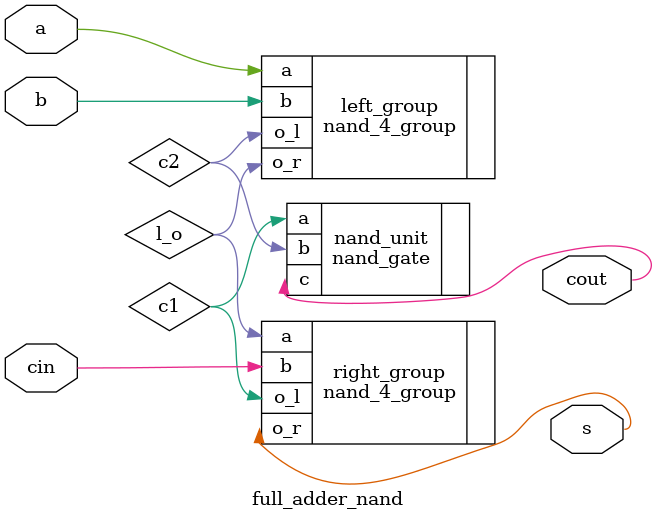
<source format=v>

module full_adder_nand
(
    input wire a,b,cin,
    output wire s, cout
);

//output wire for left group of nands
wire l_o;
//wires for cout nand input
wire c1,c2;


//instantiate a nand gate for cout
nand_gate nand_unit
(.a(c1), .b(c2), .c(cout));

//instantiate first group of 4 nands
nand_4_group left_group
(.a(a), .b(b), .o_l(c2), .o_r(l_o));

//instantitate second group of 4 nands
nand_4_group right_group
(.a(l_o), .b(cin), .o_l(c1), .o_r(s));

endmodule

</source>
